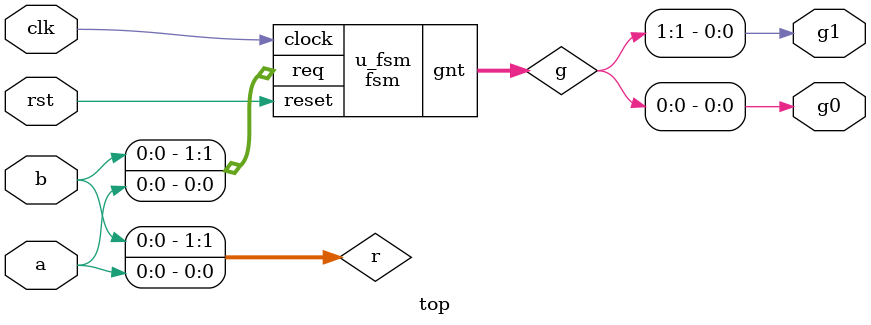
<source format=v>
 module fsm (
 clock,
 reset,
 req,
 gnt      
 );
 input   clock,reset;
 input [1:0] req ;
 output [1:0]  gnt ;
 wire    clock,reset;
 wire [1:0] req ;
 reg  [1:0]   gnt ;
 
  parameter SIZE = 3           ;
 parameter IDLE  = 3'b001,GNT0 = 3'b010,GNT1 = 3'b100,GNT2 = 3'b101,GNT3 = 3'b111;
 
 reg [SIZE-1:0] state;
 reg [SIZE-1:0] next_state;
 
  always @ (posedge clock)
 begin : FSM
 if (reset == 1'b1) begin
   state <=  #1  IDLE;
   gnt[0] <= 0;
   gnt[1] <= 0;
 end else
  case(state)
    IDLE : if (req[0] == 1'b1) begin
                 state <=  #1  GNT0;
`ifndef BUG        
                 gnt[0] <= 1;
`else
                 gnt[0] <= 1'bZ;
`endif
               end else if (req[1] == 1'b1) begin
                 gnt[1] <= 1;
                 state <=  #1  GNT0;
               end else begin
                 state <=  #1  IDLE;
               end
    GNT0 : if (gnt[1] == 1'b1) begin
                 state <=  #1  GNT0;
               end else begin
                 gnt[1] <= 0;
                 state <=  #1  IDLE;
               end
    GNT1 : if (req[1] == 1'b1) begin
                 state <=  #1  GNT2;
				 gnt[1] <= req[1];
               end
    GNT2 : if (gnt[0] == 1'b1) begin
                 state <=  #1  GNT1;
				 gnt[1] <= req[1];
               end 
    default : state <=  #1  IDLE;
 endcase
 end
 
 endmodule
 
 module top (
input clk,
input rst,
input a,
input b,
output g0,
output g1
);
wire [1:0] g ;
wire [1:0] r ;
fsm u_fsm ( .clock(clk),
            .reset(rst), 
            .req(r),  
            .gnt(g));
assign g0 = g[0];
assign g1 = g[1];

assign r[0] = a;
assign r[1] = b;

endmodule

</source>
